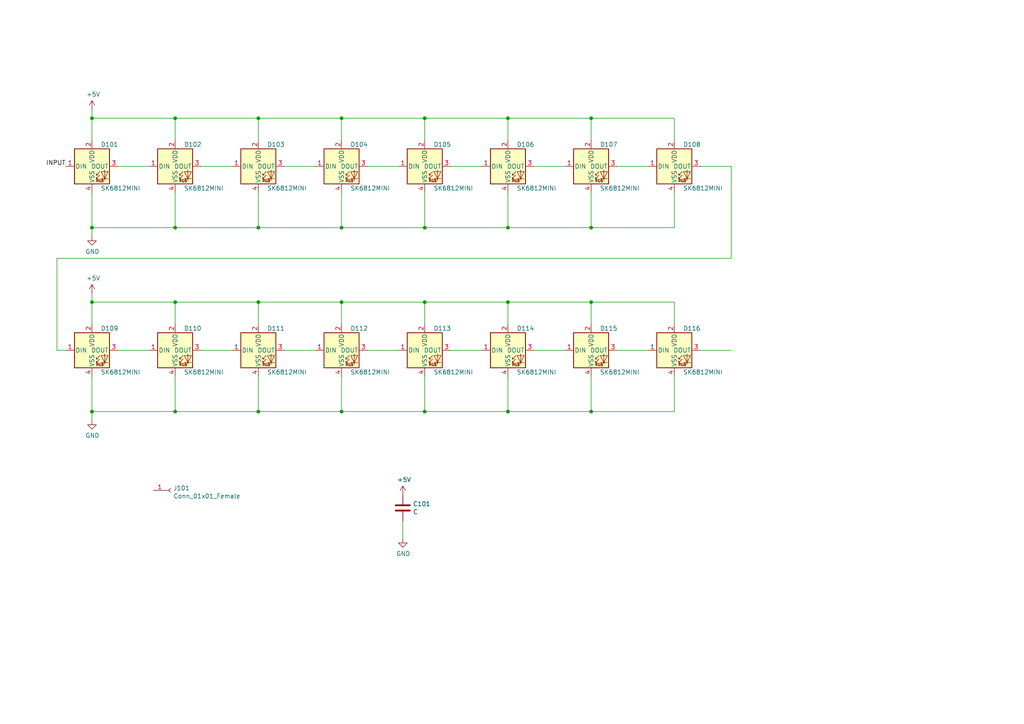
<source format=kicad_sch>
(kicad_sch (version 20220104) (generator eeschema)
  (paper "A4")
  (lib_symbols
    (symbol "Connector:Conn_01x01_Female" (pin_names (offset 1.016) hide)
      (property "Reference" "J" (at 0 2.54 0))
      (property "Value" "Conn_01x01_Female" (at 0 -2.54 0))
      (symbol "Conn_01x01_Female_1_1"
        (polyline (pts (xy -1.27 0) (xy -0.508 0)) (stroke (width 0.1524)))
        (arc (start 0 0.508) (mid -0.508 0) (end 0 -0.508) (stroke (width 0.1524)))
        (pin passive line (at -5.08 0 0) (length 3.81) (name "Pin_1") (number "1"))
      )
    )
    (symbol "Device:C" (pin_numbers hide) (pin_names (offset 0.254))
      (property "Reference" "C" (at 0.635 2.54 0))
      (property "Value" "C" (at 0.635 -2.54 0))
      (symbol "C_0_1"
        (polyline (pts (xy -2.032 -0.762) (xy 2.032 -0.762)) (stroke (width 0.508)))
        (polyline (pts (xy -2.032 0.762) (xy 2.032 0.762)) (stroke (width 0.508)))
      )
      (symbol "C_1_1"
        (pin passive line (at 0 3.81 270) (length 2.794) (name "~") (number "1"))
        (pin passive line (at 0 -3.81 90) (length 2.794) (name "~") (number "2"))
      )
    )
    (symbol "power:+5V" (power) (pin_names (offset 0))
      (property "Value" "+5V" (at 0 3.556 0))
      (symbol "+5V_0_1"
        (polyline (pts (xy -0.762 1.27) (xy 0 2.54)))
        (polyline (pts (xy 0 0) (xy 0 2.54)))
        (polyline (pts (xy 0 2.54) (xy 0.762 1.27)))
      )
      (symbol "+5V_1_1"
        (pin power_in line (at 0 0 90) (length 0) hide (name "+5V") (number "1"))
      )
    )
    (symbol "power:GND" (power) (pin_names (offset 0))
      (property "Value" "GND" (at 0 -3.81 0))
      (symbol "GND_0_1"
        (polyline (pts (xy 0 0) (xy 0 -1.27) (xy 1.27 -1.27) (xy 0 -2.54) (xy -1.27 -1.27) (xy 0 -1.27)))
      )
      (symbol "GND_1_1"
        (pin power_in line (at 0 0 270) (length 0) hide (name "GND") (number "1"))
      )
    )
    (symbol "sk68121515:SK6812MINI" (pin_names (offset 0.254))
      (property "Reference" "D" (at 5.08 5.715 0))
      (property "Value" "SK6812MINI" (at 1.27 -5.715 0))
      (symbol "SK6812MINI_0_0"
        (text "RGB" (at 2.286 -4.191 0) (effects (font (size 0.762 0.762))))
      )
      (symbol "SK6812MINI_0_1"
        (polyline (pts (xy 1.27 -3.556) (xy 1.778 -3.556)))
        (polyline (pts (xy 1.27 -2.54) (xy 1.778 -2.54)))
        (polyline (pts (xy 4.699 -3.556) (xy 2.667 -3.556)))
        (polyline (pts (xy 2.286 -2.54) (xy 1.27 -3.556) (xy 1.27 -3.048)))
        (polyline (pts (xy 2.286 -1.524) (xy 1.27 -2.54) (xy 1.27 -2.032)))
        (polyline (pts (xy 3.683 -1.016) (xy 3.683 -3.556) (xy 3.683 -4.064)))
        (polyline (pts (xy 4.699 -1.524) (xy 2.667 -1.524) (xy 3.683 -3.556) (xy 4.699 -1.524)))
        (rectangle (start 5.08 5.08) (end -5.08 -5.08) (stroke (width 0.254)) (fill (type background)))
      )
      (symbol "SK6812MINI_1_1"
        (pin input line (at -7.62 0 0) (length 2.54) (name "DIN") (number "1"))
        (pin power_in line (at 0 7.62 270) (length 2.54) (name "VDD") (number "2"))
        (pin output line (at 7.62 0 180) (length 2.54) (name "DOUT") (number "3"))
        (pin power_in line (at 0 -7.62 90) (length 2.54) (name "VSS") (number "4"))
      )
    )
  )
  (junction (at 50.8 119.38))
  (junction (at 171.45 87.63))
  (junction (at 123.19 34.29))
  (junction (at 99.06 119.38))
  (junction (at 50.8 34.29))
  (junction (at 74.93 66.04))
  (junction (at 99.06 34.29))
  (junction (at 99.06 87.63))
  (junction (at 74.93 87.63))
  (junction (at 147.32 34.29))
  (junction (at 74.93 34.29))
  (junction (at 123.19 119.38))
  (junction (at 123.19 87.63))
  (junction (at 26.67 66.04))
  (junction (at 50.8 66.04))
  (junction (at 50.8 87.63))
  (junction (at 147.32 119.38))
  (junction (at 171.45 119.38))
  (junction (at 74.93 119.38))
  (junction (at 171.45 66.04))
  (junction (at 26.67 87.63))
  (junction (at 147.32 87.63))
  (junction (at 123.19 66.04))
  (junction (at 26.67 34.29))
  (junction (at 26.67 119.38))
  (junction (at 171.45 34.29))
  (junction (at 99.06 66.04))
  (junction (at 147.32 66.04))
  (wire (pts (xy 26.67 34.29) (xy 26.67 31.75)))
  (wire (pts (xy 123.19 87.63) (xy 99.06 87.63)))
  (wire (pts (xy 26.67 66.04) (xy 26.67 68.58)))
  (wire (pts (xy 195.58 109.22) (xy 195.58 119.38)))
  (wire (pts (xy 123.19 34.29) (xy 99.06 34.29)))
  (wire (pts (xy 154.94 101.6) (xy 163.83 101.6)))
  (wire (pts (xy 74.93 55.88) (xy 74.93 66.04)))
  (wire (pts (xy 147.32 55.88) (xy 147.32 66.04)))
  (wire (pts (xy 147.32 119.38) (xy 123.19 119.38)))
  (wire (pts (xy 26.67 119.38) (xy 26.67 121.92)))
  (wire (pts (xy 26.67 40.64) (xy 26.67 34.29)))
  (wire (pts (xy 195.58 66.04) (xy 171.45 66.04)))
  (wire (pts (xy 116.84 151.13) (xy 116.84 156.21)))
  (wire (pts (xy 123.19 109.22) (xy 123.19 119.38)))
  (wire (pts (xy 123.19 55.88) (xy 123.19 66.04)))
  (wire (pts (xy 171.45 55.88) (xy 171.45 66.04)))
  (wire (pts (xy 195.58 34.29) (xy 171.45 34.29)))
  (wire (pts (xy 99.06 34.29) (xy 74.93 34.29)))
  (wire (pts (xy 203.2 101.6) (xy 212.09 101.6)))
  (wire (pts (xy 123.19 119.38) (xy 99.06 119.38)))
  (wire (pts (xy 74.93 93.98) (xy 74.93 87.63)))
  (wire (pts (xy 171.45 93.98) (xy 171.45 87.63)))
  (wire (pts (xy 195.58 93.98) (xy 195.58 87.63)))
  (wire (pts (xy 147.32 34.29) (xy 123.19 34.29)))
  (wire (pts (xy 99.06 119.38) (xy 74.93 119.38)))
  (wire (pts (xy 74.93 109.22) (xy 74.93 119.38)))
  (wire (pts (xy 34.29 101.6) (xy 43.18 101.6)))
  (wire (pts (xy 106.68 48.26) (xy 115.57 48.26)))
  (wire (pts (xy 195.58 87.63) (xy 171.45 87.63)))
  (wire (pts (xy 123.19 40.64) (xy 123.19 34.29)))
  (wire (pts (xy 50.8 34.29) (xy 26.67 34.29)))
  (wire (pts (xy 106.68 101.6) (xy 115.57 101.6)))
  (wire (pts (xy 154.94 48.26) (xy 163.83 48.26)))
  (wire (pts (xy 16.51 101.6) (xy 19.05 101.6)))
  (wire (pts (xy 26.67 109.22) (xy 26.67 119.38)))
  (wire (pts (xy 212.09 74.93) (xy 16.51 74.93)))
  (wire (pts (xy 99.06 109.22) (xy 99.06 119.38)))
  (wire (pts (xy 50.8 109.22) (xy 50.8 119.38)))
  (wire (pts (xy 203.2 48.26) (xy 212.09 48.26)))
  (wire (pts (xy 147.32 93.98) (xy 147.32 87.63)))
  (wire (pts (xy 82.55 48.26) (xy 91.44 48.26)))
  (wire (pts (xy 58.42 48.26) (xy 67.31 48.26)))
  (wire (pts (xy 195.58 119.38) (xy 171.45 119.38)))
  (wire (pts (xy 50.8 119.38) (xy 26.67 119.38)))
  (wire (pts (xy 179.07 48.26) (xy 187.96 48.26)))
  (wire (pts (xy 195.58 55.88) (xy 195.58 66.04)))
  (wire (pts (xy 99.06 66.04) (xy 74.93 66.04)))
  (wire (pts (xy 50.8 55.88) (xy 50.8 66.04)))
  (wire (pts (xy 50.8 66.04) (xy 26.67 66.04)))
  (wire (pts (xy 123.19 93.98) (xy 123.19 87.63)))
  (wire (pts (xy 212.09 48.26) (xy 212.09 74.93)))
  (wire (pts (xy 50.8 87.63) (xy 26.67 87.63)))
  (wire (pts (xy 195.58 40.64) (xy 195.58 34.29)))
  (wire (pts (xy 50.8 93.98) (xy 50.8 87.63)))
  (wire (pts (xy 171.45 119.38) (xy 147.32 119.38)))
  (wire (pts (xy 99.06 87.63) (xy 74.93 87.63)))
  (wire (pts (xy 171.45 66.04) (xy 147.32 66.04)))
  (wire (pts (xy 130.81 101.6) (xy 139.7 101.6)))
  (wire (pts (xy 171.45 87.63) (xy 147.32 87.63)))
  (wire (pts (xy 99.06 93.98) (xy 99.06 87.63)))
  (wire (pts (xy 16.51 74.93) (xy 16.51 101.6)))
  (wire (pts (xy 99.06 40.64) (xy 99.06 34.29)))
  (wire (pts (xy 26.67 55.88) (xy 26.67 66.04)))
  (wire (pts (xy 74.93 66.04) (xy 50.8 66.04)))
  (wire (pts (xy 82.55 101.6) (xy 91.44 101.6)))
  (wire (pts (xy 74.93 87.63) (xy 50.8 87.63)))
  (wire (pts (xy 26.67 93.98) (xy 26.67 87.63)))
  (wire (pts (xy 50.8 40.64) (xy 50.8 34.29)))
  (wire (pts (xy 99.06 55.88) (xy 99.06 66.04)))
  (wire (pts (xy 74.93 34.29) (xy 50.8 34.29)))
  (wire (pts (xy 147.32 87.63) (xy 123.19 87.63)))
  (wire (pts (xy 147.32 40.64) (xy 147.32 34.29)))
  (wire (pts (xy 130.81 48.26) (xy 139.7 48.26)))
  (wire (pts (xy 147.32 109.22) (xy 147.32 119.38)))
  (wire (pts (xy 123.19 66.04) (xy 99.06 66.04)))
  (wire (pts (xy 171.45 109.22) (xy 171.45 119.38)))
  (wire (pts (xy 171.45 40.64) (xy 171.45 34.29)))
  (wire (pts (xy 26.67 87.63) (xy 26.67 85.09)))
  (wire (pts (xy 179.07 101.6) (xy 187.96 101.6)))
  (wire (pts (xy 74.93 40.64) (xy 74.93 34.29)))
  (wire (pts (xy 147.32 66.04) (xy 123.19 66.04)))
  (wire (pts (xy 74.93 119.38) (xy 50.8 119.38)))
  (wire (pts (xy 171.45 34.29) (xy 147.32 34.29)))
  (wire (pts (xy 58.42 101.6) (xy 67.31 101.6)))
  (wire (pts (xy 34.29 48.26) (xy 43.18 48.26)))
  (label "INPUT" (at 19.05 48.26 0))
  (symbol (lib_id "sk68121515:SK6812MINI") (at 195.58 101.6 0) (unit 1)
    (property "Reference" "D116" (at 198.12 95.25 0) (effects (justify left)))
    (property "Value" "SK6812MINI" (at 198.12 107.95 0) (effects (justify left)))
    (property "Footprint" "SK6812-EC1515:SK6812-EC1515" (effects hide))
    (property "Datasheet" "https://cdn-shop.adafruit.com/product-files/2686/SK6812MINI_REV.01-1-2.pdf" (effects hide))
  )
  (symbol (lib_id "sk68121515:SK6812MINI") (at 99.06 101.6 0) (unit 1)
    (property "Reference" "D112" (at 101.6 95.25 0) (effects (justify left)))
    (property "Value" "SK6812MINI" (at 101.6 107.95 0) (effects (justify left)))
    (property "Footprint" "SK6812-EC1515:SK6812-EC1515" (effects hide))
    (property "Datasheet" "https://cdn-shop.adafruit.com/product-files/2686/SK6812MINI_REV.01-1-2.pdf" (effects hide))
  )
  (symbol (lib_id "sk68121515:SK6812MINI") (at 171.45 101.6 0) (unit 1)
    (property "Reference" "D115" (at 173.99 95.25 0) (effects (justify left)))
    (property "Value" "SK6812MINI" (at 173.99 107.95 0) (effects (justify left)))
    (property "Footprint" "SK6812-EC1515:SK6812-EC1515" (effects hide))
    (property "Datasheet" "https://cdn-shop.adafruit.com/product-files/2686/SK6812MINI_REV.01-1-2.pdf" (effects hide))
  )
  (symbol (lib_id "sk68121515:SK6812MINI") (at 147.32 101.6 0) (unit 1)
    (property "Reference" "D114" (at 149.86 95.25 0) (effects (justify left)))
    (property "Value" "SK6812MINI" (at 149.86 107.95 0) (effects (justify left)))
    (property "Footprint" "SK6812-EC1515:SK6812-EC1515" (effects hide))
    (property "Datasheet" "https://cdn-shop.adafruit.com/product-files/2686/SK6812MINI_REV.01-1-2.pdf" (effects hide))
  )
  (symbol (lib_id "sk68121515:SK6812MINI") (at 74.93 101.6 0) (unit 1)
    (property "Reference" "D111" (at 77.47 95.25 0) (effects (justify left)))
    (property "Value" "SK6812MINI" (at 77.47 107.95 0) (effects (justify left)))
    (property "Footprint" "SK6812-EC1515:SK6812-EC1515" (effects hide))
    (property "Datasheet" "https://cdn-shop.adafruit.com/product-files/2686/SK6812MINI_REV.01-1-2.pdf" (effects hide))
  )
  (symbol (lib_id "sk68121515:SK6812MINI") (at 26.67 101.6 0) (unit 1)
    (property "Reference" "D109" (at 29.21 95.25 0) (effects (justify left)))
    (property "Value" "SK6812MINI" (at 29.21 107.95 0) (effects (justify left)))
    (property "Footprint" "SK6812-EC1515:SK6812-EC1515" (effects hide))
    (property "Datasheet" "https://cdn-shop.adafruit.com/product-files/2686/SK6812MINI_REV.01-1-2.pdf" (effects hide))
  )
  (symbol (lib_id "sk68121515:SK6812MINI") (at 123.19 101.6 0) (unit 1)
    (property "Reference" "D113" (at 125.73 95.25 0) (effects (justify left)))
    (property "Value" "SK6812MINI" (at 125.73 107.95 0) (effects (justify left)))
    (property "Footprint" "SK6812-EC1515:SK6812-EC1515" (effects hide))
    (property "Datasheet" "https://cdn-shop.adafruit.com/product-files/2686/SK6812MINI_REV.01-1-2.pdf" (effects hide))
  )
  (symbol (lib_id "sk68121515:SK6812MINI") (at 50.8 101.6 0) (unit 1)
    (property "Reference" "D110" (at 53.34 95.25 0) (effects (justify left)))
    (property "Value" "SK6812MINI" (at 53.34 107.95 0) (effects (justify left)))
    (property "Footprint" "SK6812-EC1515:SK6812-EC1515" (effects hide))
    (property "Datasheet" "https://cdn-shop.adafruit.com/product-files/2686/SK6812MINI_REV.01-1-2.pdf" (effects hide))
  )
  (symbol (lib_id "power:+5V") (at 26.67 85.09 0) (unit 1)
    (property "Reference" "#PWR0103" (effects hide))
    (property "Value" "+5V" (at 27.051 80.6958 0))
  )
  (symbol (lib_id "power:GND") (at 26.67 121.92 0) (unit 1)
    (property "Reference" "#PWR0104" (effects hide))
    (property "Value" "GND" (at 26.797 126.3142 0))
  )
  (symbol (lib_id "sk68121515:SK6812MINI") (at 123.19 48.26 0) (unit 1)
    (property "Reference" "D105" (at 125.73 41.91 0) (effects (justify left)))
    (property "Value" "SK6812MINI" (at 125.73 54.61 0) (effects (justify left)))
    (property "Footprint" "SK6812-EC1515:SK6812-EC1515" (effects hide))
    (property "Datasheet" "https://cdn-shop.adafruit.com/product-files/2686/SK6812MINI_REV.01-1-2.pdf" (effects hide))
  )
  (symbol (lib_id "sk68121515:SK6812MINI") (at 74.93 48.26 0) (unit 1)
    (property "Reference" "D103" (at 77.47 41.91 0) (effects (justify left)))
    (property "Value" "SK6812MINI" (at 77.47 54.61 0) (effects (justify left)))
    (property "Footprint" "SK6812-EC1515:SK6812-EC1515" (effects hide))
    (property "Datasheet" "https://cdn-shop.adafruit.com/product-files/2686/SK6812MINI_REV.01-1-2.pdf" (effects hide))
  )
  (symbol (lib_id "sk68121515:SK6812MINI") (at 99.06 48.26 0) (unit 1)
    (property "Reference" "D104" (at 101.6 41.91 0) (effects (justify left)))
    (property "Value" "SK6812MINI" (at 101.6 54.61 0) (effects (justify left)))
    (property "Footprint" "SK6812-EC1515:SK6812-EC1515" (effects hide))
    (property "Datasheet" "https://cdn-shop.adafruit.com/product-files/2686/SK6812MINI_REV.01-1-2.pdf" (effects hide))
  )
  (symbol (lib_id "sk68121515:SK6812MINI") (at 171.45 48.26 0) (unit 1)
    (property "Reference" "D107" (at 173.99 41.91 0) (effects (justify left)))
    (property "Value" "SK6812MINI" (at 173.99 54.61 0) (effects (justify left)))
    (property "Footprint" "SK6812-EC1515:SK6812-EC1515" (effects hide))
    (property "Datasheet" "https://cdn-shop.adafruit.com/product-files/2686/SK6812MINI_REV.01-1-2.pdf" (effects hide))
  )
  (symbol (lib_id "sk68121515:SK6812MINI") (at 195.58 48.26 0) (unit 1)
    (property "Reference" "D108" (at 198.12 41.91 0) (effects (justify left)))
    (property "Value" "SK6812MINI" (at 198.12 54.61 0) (effects (justify left)))
    (property "Footprint" "SK6812-EC1515:SK6812-EC1515" (effects hide))
    (property "Datasheet" "https://cdn-shop.adafruit.com/product-files/2686/SK6812MINI_REV.01-1-2.pdf" (effects hide))
  )
  (symbol (lib_id "sk68121515:SK6812MINI") (at 50.8 48.26 0) (unit 1)
    (property "Reference" "D102" (at 53.34 41.91 0) (effects (justify left)))
    (property "Value" "SK6812MINI" (at 53.34 54.61 0) (effects (justify left)))
    (property "Footprint" "SK6812-EC1515:SK6812-EC1515" (effects hide))
    (property "Datasheet" "https://cdn-shop.adafruit.com/product-files/2686/SK6812MINI_REV.01-1-2.pdf" (effects hide))
  )
  (symbol (lib_id "sk68121515:SK6812MINI") (at 147.32 48.26 0) (unit 1)
    (property "Reference" "D106" (at 149.86 41.91 0) (effects (justify left)))
    (property "Value" "SK6812MINI" (at 149.86 54.61 0) (effects (justify left)))
    (property "Footprint" "SK6812-EC1515:SK6812-EC1515" (effects hide))
    (property "Datasheet" "https://cdn-shop.adafruit.com/product-files/2686/SK6812MINI_REV.01-1-2.pdf" (effects hide))
  )
  (symbol (lib_id "sk68121515:SK6812MINI") (at 26.67 48.26 0) (unit 1)
    (property "Reference" "D101" (at 29.21 41.91 0) (effects (justify left)))
    (property "Value" "SK6812MINI" (at 29.21 54.61 0) (effects (justify left)))
    (property "Footprint" "SK6812-EC1515:SK6812-EC1515" (effects hide))
    (property "Datasheet" "https://cdn-shop.adafruit.com/product-files/2686/SK6812MINI_REV.01-1-2.pdf" (effects hide))
  )
  (symbol (lib_id "power:GND") (at 26.67 68.58 0) (unit 1)
    (property "Reference" "#PWR0102" (effects hide))
    (property "Value" "GND" (at 26.797 72.9742 0))
  )
  (symbol (lib_id "power:+5V") (at 26.67 31.75 0) (unit 1)
    (property "Reference" "#PWR0101" (effects hide))
    (property "Value" "+5V" (at 27.051 27.3558 0))
  )
  (symbol (lib_id "power:+5V") (at 116.84 143.51 0) (unit 1)
    (property "Reference" "#PWR0105" (effects hide))
    (property "Value" "+5V" (at 117.221 139.1158 0))
  )
  (symbol (lib_id "power:GND") (at 116.84 156.21 0) (unit 1)
    (property "Reference" "#PWR0106" (effects hide))
    (property "Value" "GND" (at 116.967 160.6042 0))
  )
  (symbol (lib_id "Device:C") (at 116.84 147.32 0) (unit 1)
    (property "Reference" "C101" (at 119.761 146.1516 0) (effects (justify left)))
    (property "Value" "C" (at 119.761 148.463 0) (effects (justify left)))
    (property "Footprint" "MountingHole:MountingHole_2.5mm" (effects hide))
  )
  (symbol (lib_id "Connector:Conn_01x01_Female") (at 49.53 142.24 0) (unit 1)
    (property "Reference" "J101" (at 50.2412 141.5796 0) (effects (justify left)))
    (property "Value" "Conn_01x01_Female" (at 50.2412 143.891 0) (effects (justify left)))
    (property "Footprint" "MountingHole:MountingHole_2.5mm" (effects hide))
  )
)
</source>
